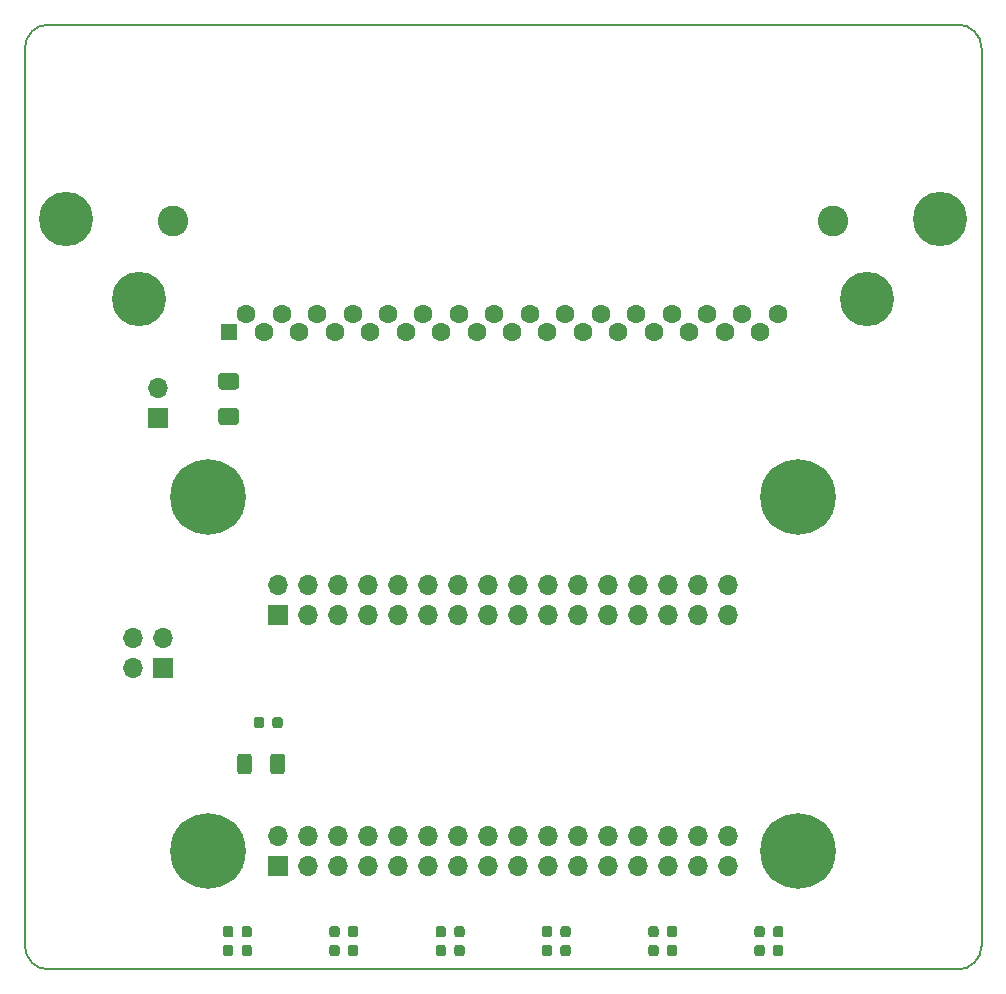
<source format=gbr>
G04 #@! TF.GenerationSoftware,KiCad,Pcbnew,5.1.6-c6e7f7d~86~ubuntu20.04.1*
G04 #@! TF.CreationDate,2020-05-17T15:58:24+03:00*
G04 #@! TF.ProjectId,GB-BRK-SLOT-A,47422d42-524b-42d5-934c-4f542d412e6b,v1.1*
G04 #@! TF.SameCoordinates,Original*
G04 #@! TF.FileFunction,Soldermask,Top*
G04 #@! TF.FilePolarity,Negative*
%FSLAX46Y46*%
G04 Gerber Fmt 4.6, Leading zero omitted, Abs format (unit mm)*
G04 Created by KiCad (PCBNEW 5.1.6-c6e7f7d~86~ubuntu20.04.1) date 2020-05-17 15:58:24*
%MOMM*%
%LPD*%
G01*
G04 APERTURE LIST*
G04 #@! TA.AperFunction,Profile*
%ADD10C,0.150000*%
G04 #@! TD*
%ADD11O,1.700000X1.700000*%
%ADD12R,1.700000X1.700000*%
%ADD13C,4.600000*%
%ADD14C,2.600000*%
%ADD15R,1.400000X1.400000*%
%ADD16C,1.600000*%
%ADD17C,0.800000*%
%ADD18C,6.400000*%
G04 APERTURE END LIST*
D10*
X128000000Y-148000000D02*
G75*
G02*
X126000000Y-150000000I-2000000J0D01*
G01*
X49000000Y-150000000D02*
G75*
G02*
X47000000Y-148000000I0J2000000D01*
G01*
X47000000Y-72000000D02*
G75*
G02*
X49000000Y-70000000I2000000J0D01*
G01*
X126000000Y-70000000D02*
G75*
G02*
X128000000Y-72000000I0J-2000000D01*
G01*
X128000000Y-72000000D02*
X128000000Y-148000000D01*
X49000000Y-70000000D02*
X126000000Y-70000000D01*
X49000000Y-150000000D02*
X126000000Y-150000000D01*
X47000000Y-72000000D02*
X47000000Y-148000000D01*
D11*
X58300000Y-100760000D03*
D12*
X58300000Y-103300000D03*
G36*
G01*
X63625000Y-102465000D02*
X64875000Y-102465000D01*
G75*
G02*
X65125000Y-102715000I0J-250000D01*
G01*
X65125000Y-103640000D01*
G75*
G02*
X64875000Y-103890000I-250000J0D01*
G01*
X63625000Y-103890000D01*
G75*
G02*
X63375000Y-103640000I0J250000D01*
G01*
X63375000Y-102715000D01*
G75*
G02*
X63625000Y-102465000I250000J0D01*
G01*
G37*
G36*
G01*
X63625000Y-99490000D02*
X64875000Y-99490000D01*
G75*
G02*
X65125000Y-99740000I0J-250000D01*
G01*
X65125000Y-100665000D01*
G75*
G02*
X64875000Y-100915000I-250000J0D01*
G01*
X63625000Y-100915000D01*
G75*
G02*
X63375000Y-100665000I0J250000D01*
G01*
X63375000Y-99740000D01*
G75*
G02*
X63625000Y-99490000I250000J0D01*
G01*
G37*
G36*
G01*
X65350000Y-148656250D02*
X65350000Y-148143750D01*
G75*
G02*
X65568750Y-147925000I218750J0D01*
G01*
X66006250Y-147925000D01*
G75*
G02*
X66225000Y-148143750I0J-218750D01*
G01*
X66225000Y-148656250D01*
G75*
G02*
X66006250Y-148875000I-218750J0D01*
G01*
X65568750Y-148875000D01*
G75*
G02*
X65350000Y-148656250I0J218750D01*
G01*
G37*
G36*
G01*
X63775000Y-148656250D02*
X63775000Y-148143750D01*
G75*
G02*
X63993750Y-147925000I218750J0D01*
G01*
X64431250Y-147925000D01*
G75*
G02*
X64650000Y-148143750I0J-218750D01*
G01*
X64650000Y-148656250D01*
G75*
G02*
X64431250Y-148875000I-218750J0D01*
G01*
X63993750Y-148875000D01*
G75*
G02*
X63775000Y-148656250I0J218750D01*
G01*
G37*
D11*
X106550000Y-117460000D03*
X106550000Y-120000000D03*
X104010000Y-117460000D03*
X104010000Y-120000000D03*
X101470000Y-117460000D03*
X101470000Y-120000000D03*
X98930000Y-117460000D03*
X98930000Y-120000000D03*
X96390000Y-117460000D03*
X96390000Y-120000000D03*
X93850000Y-117460000D03*
X93850000Y-120000000D03*
X91310000Y-117460000D03*
X91310000Y-120000000D03*
X88770000Y-117460000D03*
X88770000Y-120000000D03*
X86230000Y-117460000D03*
X86230000Y-120000000D03*
X83690000Y-117460000D03*
X83690000Y-120000000D03*
X81150000Y-117460000D03*
X81150000Y-120000000D03*
X78610000Y-117460000D03*
X78610000Y-120000000D03*
X76070000Y-117460000D03*
X76070000Y-120000000D03*
X73530000Y-117460000D03*
X73530000Y-120000000D03*
X70990000Y-117460000D03*
X70990000Y-120000000D03*
X68450000Y-117460000D03*
D12*
X68450000Y-120000000D03*
G36*
G01*
X65350000Y-147056250D02*
X65350000Y-146543750D01*
G75*
G02*
X65568750Y-146325000I218750J0D01*
G01*
X66006250Y-146325000D01*
G75*
G02*
X66225000Y-146543750I0J-218750D01*
G01*
X66225000Y-147056250D01*
G75*
G02*
X66006250Y-147275000I-218750J0D01*
G01*
X65568750Y-147275000D01*
G75*
G02*
X65350000Y-147056250I0J218750D01*
G01*
G37*
G36*
G01*
X63775000Y-147056250D02*
X63775000Y-146543750D01*
G75*
G02*
X63993750Y-146325000I218750J0D01*
G01*
X64431250Y-146325000D01*
G75*
G02*
X64650000Y-146543750I0J-218750D01*
G01*
X64650000Y-147056250D01*
G75*
G02*
X64431250Y-147275000I-218750J0D01*
G01*
X63993750Y-147275000D01*
G75*
G02*
X63775000Y-147056250I0J218750D01*
G01*
G37*
G36*
G01*
X66225000Y-131975000D02*
X66225000Y-133225000D01*
G75*
G02*
X65975000Y-133475000I-250000J0D01*
G01*
X65225000Y-133475000D01*
G75*
G02*
X64975000Y-133225000I0J250000D01*
G01*
X64975000Y-131975000D01*
G75*
G02*
X65225000Y-131725000I250000J0D01*
G01*
X65975000Y-131725000D01*
G75*
G02*
X66225000Y-131975000I0J-250000D01*
G01*
G37*
G36*
G01*
X69025000Y-131975000D02*
X69025000Y-133225000D01*
G75*
G02*
X68775000Y-133475000I-250000J0D01*
G01*
X68025000Y-133475000D01*
G75*
G02*
X67775000Y-133225000I0J250000D01*
G01*
X67775000Y-131975000D01*
G75*
G02*
X68025000Y-131725000I250000J0D01*
G01*
X68775000Y-131725000D01*
G75*
G02*
X69025000Y-131975000I0J-250000D01*
G01*
G37*
G36*
G01*
X67250000Y-128843750D02*
X67250000Y-129356250D01*
G75*
G02*
X67031250Y-129575000I-218750J0D01*
G01*
X66593750Y-129575000D01*
G75*
G02*
X66375000Y-129356250I0J218750D01*
G01*
X66375000Y-128843750D01*
G75*
G02*
X66593750Y-128625000I218750J0D01*
G01*
X67031250Y-128625000D01*
G75*
G02*
X67250000Y-128843750I0J-218750D01*
G01*
G37*
G36*
G01*
X68825000Y-128843750D02*
X68825000Y-129356250D01*
G75*
G02*
X68606250Y-129575000I-218750J0D01*
G01*
X68168750Y-129575000D01*
G75*
G02*
X67950000Y-129356250I0J218750D01*
G01*
X67950000Y-128843750D01*
G75*
G02*
X68168750Y-128625000I218750J0D01*
G01*
X68606250Y-128625000D01*
G75*
G02*
X68825000Y-128843750I0J-218750D01*
G01*
G37*
D11*
X106550000Y-138730000D03*
X106550000Y-141270000D03*
X104010000Y-138730000D03*
X104010000Y-141270000D03*
X101470000Y-138730000D03*
X101470000Y-141270000D03*
X98930000Y-138730000D03*
X98930000Y-141270000D03*
X96390000Y-138730000D03*
X96390000Y-141270000D03*
X93850000Y-138730000D03*
X93850000Y-141270000D03*
X91310000Y-138730000D03*
X91310000Y-141270000D03*
X88770000Y-138730000D03*
X88770000Y-141270000D03*
X86230000Y-138730000D03*
X86230000Y-141270000D03*
X83690000Y-138730000D03*
X83690000Y-141270000D03*
X81150000Y-138730000D03*
X81150000Y-141270000D03*
X78610000Y-138730000D03*
X78610000Y-141270000D03*
X76070000Y-138730000D03*
X76070000Y-141270000D03*
X73530000Y-138730000D03*
X73530000Y-141270000D03*
X70990000Y-138730000D03*
X70990000Y-141270000D03*
X68450000Y-138730000D03*
D12*
X68450000Y-141270000D03*
G36*
G01*
X101350000Y-148656250D02*
X101350000Y-148143750D01*
G75*
G02*
X101568750Y-147925000I218750J0D01*
G01*
X102006250Y-147925000D01*
G75*
G02*
X102225000Y-148143750I0J-218750D01*
G01*
X102225000Y-148656250D01*
G75*
G02*
X102006250Y-148875000I-218750J0D01*
G01*
X101568750Y-148875000D01*
G75*
G02*
X101350000Y-148656250I0J218750D01*
G01*
G37*
G36*
G01*
X99775000Y-148656250D02*
X99775000Y-148143750D01*
G75*
G02*
X99993750Y-147925000I218750J0D01*
G01*
X100431250Y-147925000D01*
G75*
G02*
X100650000Y-148143750I0J-218750D01*
G01*
X100650000Y-148656250D01*
G75*
G02*
X100431250Y-148875000I-218750J0D01*
G01*
X99993750Y-148875000D01*
G75*
G02*
X99775000Y-148656250I0J218750D01*
G01*
G37*
G36*
G01*
X74350000Y-148656250D02*
X74350000Y-148143750D01*
G75*
G02*
X74568750Y-147925000I218750J0D01*
G01*
X75006250Y-147925000D01*
G75*
G02*
X75225000Y-148143750I0J-218750D01*
G01*
X75225000Y-148656250D01*
G75*
G02*
X75006250Y-148875000I-218750J0D01*
G01*
X74568750Y-148875000D01*
G75*
G02*
X74350000Y-148656250I0J218750D01*
G01*
G37*
G36*
G01*
X72775000Y-148656250D02*
X72775000Y-148143750D01*
G75*
G02*
X72993750Y-147925000I218750J0D01*
G01*
X73431250Y-147925000D01*
G75*
G02*
X73650000Y-148143750I0J-218750D01*
G01*
X73650000Y-148656250D01*
G75*
G02*
X73431250Y-148875000I-218750J0D01*
G01*
X72993750Y-148875000D01*
G75*
G02*
X72775000Y-148656250I0J218750D01*
G01*
G37*
G36*
G01*
X83350000Y-148656250D02*
X83350000Y-148143750D01*
G75*
G02*
X83568750Y-147925000I218750J0D01*
G01*
X84006250Y-147925000D01*
G75*
G02*
X84225000Y-148143750I0J-218750D01*
G01*
X84225000Y-148656250D01*
G75*
G02*
X84006250Y-148875000I-218750J0D01*
G01*
X83568750Y-148875000D01*
G75*
G02*
X83350000Y-148656250I0J218750D01*
G01*
G37*
G36*
G01*
X81775000Y-148656250D02*
X81775000Y-148143750D01*
G75*
G02*
X81993750Y-147925000I218750J0D01*
G01*
X82431250Y-147925000D01*
G75*
G02*
X82650000Y-148143750I0J-218750D01*
G01*
X82650000Y-148656250D01*
G75*
G02*
X82431250Y-148875000I-218750J0D01*
G01*
X81993750Y-148875000D01*
G75*
G02*
X81775000Y-148656250I0J218750D01*
G01*
G37*
G36*
G01*
X92350000Y-148656250D02*
X92350000Y-148143750D01*
G75*
G02*
X92568750Y-147925000I218750J0D01*
G01*
X93006250Y-147925000D01*
G75*
G02*
X93225000Y-148143750I0J-218750D01*
G01*
X93225000Y-148656250D01*
G75*
G02*
X93006250Y-148875000I-218750J0D01*
G01*
X92568750Y-148875000D01*
G75*
G02*
X92350000Y-148656250I0J218750D01*
G01*
G37*
G36*
G01*
X90775000Y-148656250D02*
X90775000Y-148143750D01*
G75*
G02*
X90993750Y-147925000I218750J0D01*
G01*
X91431250Y-147925000D01*
G75*
G02*
X91650000Y-148143750I0J-218750D01*
G01*
X91650000Y-148656250D01*
G75*
G02*
X91431250Y-148875000I-218750J0D01*
G01*
X90993750Y-148875000D01*
G75*
G02*
X90775000Y-148656250I0J218750D01*
G01*
G37*
G36*
G01*
X110350000Y-148656250D02*
X110350000Y-148143750D01*
G75*
G02*
X110568750Y-147925000I218750J0D01*
G01*
X111006250Y-147925000D01*
G75*
G02*
X111225000Y-148143750I0J-218750D01*
G01*
X111225000Y-148656250D01*
G75*
G02*
X111006250Y-148875000I-218750J0D01*
G01*
X110568750Y-148875000D01*
G75*
G02*
X110350000Y-148656250I0J218750D01*
G01*
G37*
G36*
G01*
X108775000Y-148656250D02*
X108775000Y-148143750D01*
G75*
G02*
X108993750Y-147925000I218750J0D01*
G01*
X109431250Y-147925000D01*
G75*
G02*
X109650000Y-148143750I0J-218750D01*
G01*
X109650000Y-148656250D01*
G75*
G02*
X109431250Y-148875000I-218750J0D01*
G01*
X108993750Y-148875000D01*
G75*
G02*
X108775000Y-148656250I0J218750D01*
G01*
G37*
G36*
G01*
X101350000Y-147056250D02*
X101350000Y-146543750D01*
G75*
G02*
X101568750Y-146325000I218750J0D01*
G01*
X102006250Y-146325000D01*
G75*
G02*
X102225000Y-146543750I0J-218750D01*
G01*
X102225000Y-147056250D01*
G75*
G02*
X102006250Y-147275000I-218750J0D01*
G01*
X101568750Y-147275000D01*
G75*
G02*
X101350000Y-147056250I0J218750D01*
G01*
G37*
G36*
G01*
X99775000Y-147056250D02*
X99775000Y-146543750D01*
G75*
G02*
X99993750Y-146325000I218750J0D01*
G01*
X100431250Y-146325000D01*
G75*
G02*
X100650000Y-146543750I0J-218750D01*
G01*
X100650000Y-147056250D01*
G75*
G02*
X100431250Y-147275000I-218750J0D01*
G01*
X99993750Y-147275000D01*
G75*
G02*
X99775000Y-147056250I0J218750D01*
G01*
G37*
G36*
G01*
X74350000Y-147056250D02*
X74350000Y-146543750D01*
G75*
G02*
X74568750Y-146325000I218750J0D01*
G01*
X75006250Y-146325000D01*
G75*
G02*
X75225000Y-146543750I0J-218750D01*
G01*
X75225000Y-147056250D01*
G75*
G02*
X75006250Y-147275000I-218750J0D01*
G01*
X74568750Y-147275000D01*
G75*
G02*
X74350000Y-147056250I0J218750D01*
G01*
G37*
G36*
G01*
X72775000Y-147056250D02*
X72775000Y-146543750D01*
G75*
G02*
X72993750Y-146325000I218750J0D01*
G01*
X73431250Y-146325000D01*
G75*
G02*
X73650000Y-146543750I0J-218750D01*
G01*
X73650000Y-147056250D01*
G75*
G02*
X73431250Y-147275000I-218750J0D01*
G01*
X72993750Y-147275000D01*
G75*
G02*
X72775000Y-147056250I0J218750D01*
G01*
G37*
G36*
G01*
X83350000Y-147056250D02*
X83350000Y-146543750D01*
G75*
G02*
X83568750Y-146325000I218750J0D01*
G01*
X84006250Y-146325000D01*
G75*
G02*
X84225000Y-146543750I0J-218750D01*
G01*
X84225000Y-147056250D01*
G75*
G02*
X84006250Y-147275000I-218750J0D01*
G01*
X83568750Y-147275000D01*
G75*
G02*
X83350000Y-147056250I0J218750D01*
G01*
G37*
G36*
G01*
X81775000Y-147056250D02*
X81775000Y-146543750D01*
G75*
G02*
X81993750Y-146325000I218750J0D01*
G01*
X82431250Y-146325000D01*
G75*
G02*
X82650000Y-146543750I0J-218750D01*
G01*
X82650000Y-147056250D01*
G75*
G02*
X82431250Y-147275000I-218750J0D01*
G01*
X81993750Y-147275000D01*
G75*
G02*
X81775000Y-147056250I0J218750D01*
G01*
G37*
G36*
G01*
X92350000Y-147056250D02*
X92350000Y-146543750D01*
G75*
G02*
X92568750Y-146325000I218750J0D01*
G01*
X93006250Y-146325000D01*
G75*
G02*
X93225000Y-146543750I0J-218750D01*
G01*
X93225000Y-147056250D01*
G75*
G02*
X93006250Y-147275000I-218750J0D01*
G01*
X92568750Y-147275000D01*
G75*
G02*
X92350000Y-147056250I0J218750D01*
G01*
G37*
G36*
G01*
X90775000Y-147056250D02*
X90775000Y-146543750D01*
G75*
G02*
X90993750Y-146325000I218750J0D01*
G01*
X91431250Y-146325000D01*
G75*
G02*
X91650000Y-146543750I0J-218750D01*
G01*
X91650000Y-147056250D01*
G75*
G02*
X91431250Y-147275000I-218750J0D01*
G01*
X90993750Y-147275000D01*
G75*
G02*
X90775000Y-147056250I0J218750D01*
G01*
G37*
G36*
G01*
X110350000Y-147056250D02*
X110350000Y-146543750D01*
G75*
G02*
X110568750Y-146325000I218750J0D01*
G01*
X111006250Y-146325000D01*
G75*
G02*
X111225000Y-146543750I0J-218750D01*
G01*
X111225000Y-147056250D01*
G75*
G02*
X111006250Y-147275000I-218750J0D01*
G01*
X110568750Y-147275000D01*
G75*
G02*
X110350000Y-147056250I0J218750D01*
G01*
G37*
G36*
G01*
X108775000Y-147056250D02*
X108775000Y-146543750D01*
G75*
G02*
X108993750Y-146325000I218750J0D01*
G01*
X109431250Y-146325000D01*
G75*
G02*
X109650000Y-146543750I0J-218750D01*
G01*
X109650000Y-147056250D01*
G75*
G02*
X109431250Y-147275000I-218750J0D01*
G01*
X108993750Y-147275000D01*
G75*
G02*
X108775000Y-147056250I0J218750D01*
G01*
G37*
D13*
X124500000Y-86500000D03*
X50500000Y-86500000D03*
D14*
X59550000Y-86600000D03*
X115450000Y-86600000D03*
D13*
X56700000Y-93200000D03*
X118300000Y-93200000D03*
D15*
X64250000Y-96000000D03*
D16*
X65750000Y-94500000D03*
X67250000Y-96000000D03*
X68750000Y-94500000D03*
X70250000Y-96000000D03*
X71750000Y-94500000D03*
X73250000Y-96000000D03*
X74750000Y-94500000D03*
X76250000Y-96000000D03*
X77750000Y-94500000D03*
X79250000Y-96000000D03*
X80750000Y-94500000D03*
X82250000Y-96000000D03*
X83750000Y-94500000D03*
X85250000Y-96000000D03*
X86750000Y-94500000D03*
X88250000Y-96000000D03*
X89750000Y-94500000D03*
X91250000Y-96000000D03*
X92750000Y-94500000D03*
X94250000Y-96000000D03*
X95750000Y-94500000D03*
X97250000Y-96000000D03*
X98750000Y-94500000D03*
X100250000Y-96000000D03*
X101750000Y-94500000D03*
X103250000Y-96000000D03*
X104750000Y-94500000D03*
X106250000Y-96000000D03*
X107750000Y-94500000D03*
X109250000Y-96000000D03*
X110750000Y-94500000D03*
D11*
X56170000Y-121960000D03*
X58710000Y-121960000D03*
X56170000Y-124500000D03*
D12*
X58710000Y-124500000D03*
D17*
X64197056Y-108302944D03*
X62500000Y-107600000D03*
X60802944Y-108302944D03*
X60100000Y-110000000D03*
X60802944Y-111697056D03*
X62500000Y-112400000D03*
X64197056Y-111697056D03*
X64900000Y-110000000D03*
D18*
X62500000Y-110000000D03*
D17*
X114197056Y-108302944D03*
X112500000Y-107600000D03*
X110802944Y-108302944D03*
X110100000Y-110000000D03*
X110802944Y-111697056D03*
X112500000Y-112400000D03*
X114197056Y-111697056D03*
X114900000Y-110000000D03*
D18*
X112500000Y-110000000D03*
D17*
X64197056Y-138302944D03*
X62500000Y-137600000D03*
X60802944Y-138302944D03*
X60100000Y-140000000D03*
X60802944Y-141697056D03*
X62500000Y-142400000D03*
X64197056Y-141697056D03*
X64900000Y-140000000D03*
D18*
X62500000Y-140000000D03*
D17*
X114197056Y-138302944D03*
X112500000Y-137600000D03*
X110802944Y-138302944D03*
X110100000Y-140000000D03*
X110802944Y-141697056D03*
X112500000Y-142400000D03*
X114197056Y-141697056D03*
X114900000Y-140000000D03*
D18*
X112500000Y-140000000D03*
M02*

</source>
